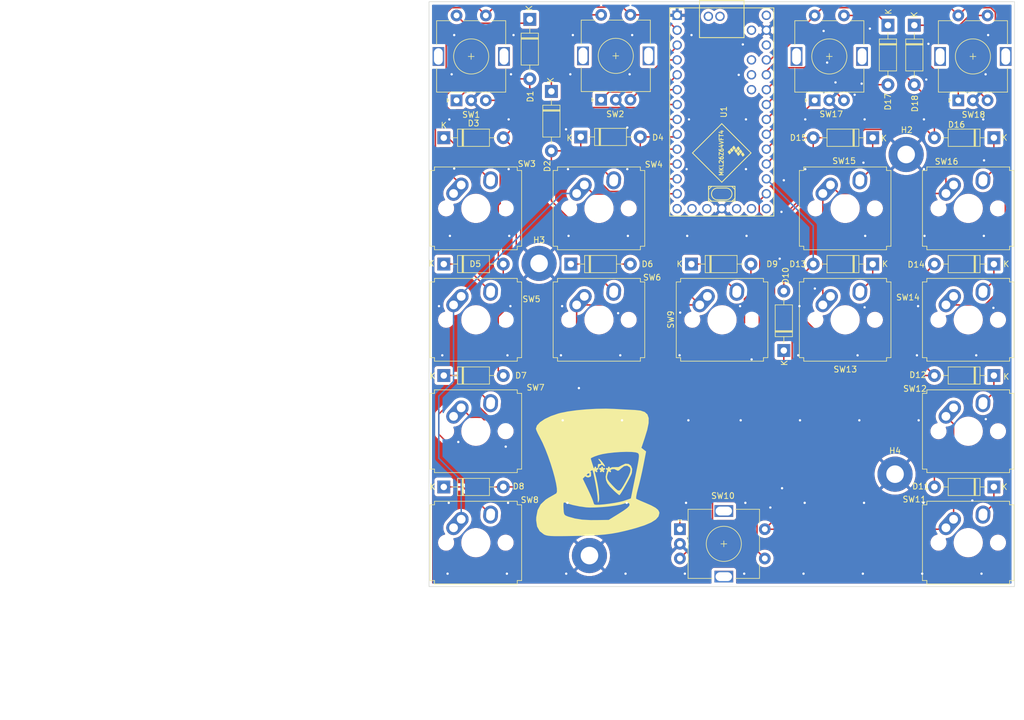
<source format=kicad_pcb>
(kicad_pcb (version 20211014) (generator pcbnew)
  (title_block (title "Big Wheel") (date "2022-06-03") (rev "01") (company "MaddHatter"))
  (layers (0 "F.Cu" signal) (31 "B.Cu" signal) (34 "B.Paste" user) (35 "F.Paste" user) (36 "B.SilkS" user "B.Silkscreen") (37 "F.SilkS" user "F.Silkscreen") (38 "B.Mask" user) (39 "F.Mask" user) (44 "Edge.Cuts" user))
  (net 0 "")
  (net 1 "TEENSY_PIN_3")
  (net 2 "Net-(D3-Pad1)")
  (net 3 "TEENSY_PIN_19")
  (net 4 "Net-(D5-Pad1)")
  (net 5 "Net-(D6-Pad1)")
  (net 6 "Net-(D7-Pad1)")
  (net 7 "TEENSY_PIN_4")
  (net 8 "TEENSY_PIN_20")
  (net 9 "Net-(D12-Pad1)")
  (net 10 "TEENSY_PIN_5")
  (net 11 "TEENSY_PIN_21")
  (net 12 "TEENSY_PIN_7")
  (net 13 "TEENSY_PIN_1")
  (net 14 "GND")
  (net 15 "TEENSY_PIN_16")
  (net 16 "TEENSY_PIN_6")
  (net 17 "TEENSY_PIN_15")
  (net 18 "TEENSY_PIN_10")
  (net 19 "TEENSY_PIN_23")
  (net 20 "TEENSY_PIN_18")
  (net 33 "TEENSY_PIN_9")
  (net 34 "SW1_P1")
  (net 35 "SW2_P1")
  (net 36 "Net-(SW4-Pad2)")
  (net 37 "Net-(D8-Pad1)")
  (net 38 "Net-(D9-Pad1)")
  (net 39 "Net-(SW11-Pad2)")
  (net 40 "SW10_P0")
  (net 41 "Net-(D13-Pad1)")
  (net 42 "Net-(D14-Pad1)")
  (net 43 "Net-(SW15-Pad2)")
  (net 44 "Net-(SW16-Pad2)")
  (net 45 "SW17_P0")
  (net 46 "SW18_P0")
  (net 47 "TEENSY_PIN_2")
  (net 48 "TEENSY_PIN_22")
  (net 49 "TEENSY_PIN_8")
  (net 50 "TEENSY_PIN_11")
  (net 51 "TEENSY_PIN_17")
  (net 54 "TEENSY_PIN_0")
  (net 55 "TEENSY_PIN_14")
  (footprint "encoders:RotaryEncoder_Alps_EC11E-Switch_Vertical_H20mm" (layer "F.Cu") (at 265.7 53.85 90)
    (fp_text reference "SW18")
    (fp_text value "RotaryEncoder_Switch")
  )
  (footprint "Diode_THT:D_DO-41_SOD81_P10.16mm_Horizontal" (layer "F.Cu") (at 220.12 81.816666)
    (fp_text reference "D9")
    (fp_text value "1N4001")
  )
  (footprint "Diode_THT:D_DO-41_SOD81_P10.16mm_Horizontal" (layer "F.Cu") (at 258.190416 41.02 -90)
    (fp_text reference "D18")
    (fp_text value "1N4001")
  )
  (footprint "teensy:Teensy_LC" (layer "F.Cu") (at 225.3 55.835 -90)
    (fp_text reference "U1")
    (fp_text value "Teensy-LC")
  )
  (footprint "Switch_Keyboard_Hybrid:SW_Hybrid_Cherry_MX_Alps" (layer "F.Cu") (at 183.3 129.4)
    (fp_text reference "SW8")
    (fp_text value "SW_Push")
  )
  (footprint "Diode_THT:D_DO-41_SOD81_P10.16mm_Horizontal" (layer "F.Cu") (at 192.509583 40.02 -90)
    (fp_text reference "D1")
    (fp_text value "1N4001")
  )
  (footprint "Switch_Keyboard_Hybrid:SW_Hybrid_Cherry_MX_Alps" (layer "F.Cu") (at 267.4 110.366666)
    (fp_text reference "SW12")
    (fp_text value "SW_Push")
  )
  (footprint "Diode_THT:D_DO-41_SOD81_P10.16mm_Horizontal" (layer "F.Cu") (at 199.52 81.816666)
    (fp_text reference "D6")
    (fp_text value "1N4001")
  )
  (footprint "MountingHole:MountingHole_3mm_Pad" (layer "F.Cu") (at 254.9 117.7)
    (fp_text reference "H4")
    (fp_text value "MountingHole_Pad")
  )
  (footprint "Diode_THT:D_DO-41_SOD81_P10.16mm_Horizontal" (layer "F.Cu") (at 177.82 60.2365)
    (fp_text reference "D3")
    (fp_text value "1N4001")
  )
  (footprint "Switch_Keyboard_Hybrid:SW_Hybrid_Cherry_MX_Alps" (layer "F.Cu") (at 225.35 91.333333)
    (fp_text reference "SW9")
    (fp_text value "SW_Push")
  )
  (footprint "Switch_Keyboard_Hybrid:SW_Hybrid_Cherry_MX_Alps" (layer "F.Cu") (at 183.3 91.333333)
    (fp_text reference "SW5")
    (fp_text value "SW_Push")
  )
  (footprint "Switch_Keyboard_Hybrid:SW_Hybrid_Cherry_MX_Alps" (layer "F.Cu") (at 183.3 72.3)
    (fp_text reference "SW3")
    (fp_text value "SW_Push")
  )
  (footprint "Diode_THT:D_DO-41_SOD81_P10.16mm_Horizontal" (layer "F.Cu") (at 235.9 96.58 90)
    (fp_text reference "D10")
    (fp_text value "1N4001")
  )
  (footprint "encoders:RotaryEncoder_Alps_EC11E-Switch_Vertical_H20mm" (layer "F.Cu") (at 241.17125 53.85 90)
    (fp_text reference "SW17")
    (fp_text value "RotaryEncoder_Switch")
  )
  (footprint "Diode_THT:D_DO-41_SOD81_P10.16mm_Horizontal" (layer "F.Cu") (at 177.82 100.849999)
    (fp_text reference "D7")
    (fp_text value "1N4001")
  )
  (footprint "Diode_THT:D_DO-41_SOD81_P10.16mm_Horizontal" (layer "F.Cu") (at 253.680833 41.02 -90)
    (fp_text reference "D17")
    (fp_text value "1N4001")
  )
  (footprint "Switch_Keyboard_Hybrid:SW_Hybrid_Cherry_MX_Alps" (layer "F.Cu") (at 246.375 72.3)
    (fp_text reference "SW15")
    (fp_text value "SW_Push")
  )
  (footprint "Diode_THT:D_DO-41_SOD81_P10.16mm_Horizontal" (layer "F.Cu") (at 201.22 60.1)
    (fp_text reference "D4")
    (fp_text value "1N4001")
  )
  (footprint "Switch_Keyboard_Hybrid:SW_Hybrid_Cherry_MX_Alps" (layer "F.Cu") (at 246.375 91.333333)
    (fp_text reference "SW13")
    (fp_text value "SW_Push")
  )
  (footprint "Diode_THT:D_DO-41_SOD81_P10.16mm_Horizontal" (layer "F.Cu") (at 251.08 81.816666 180)
    (fp_text reference "D13")
    (fp_text value "1N4001")
  )
  (footprint "Diode_THT:D_DO-41_SOD81_P10.16mm_Horizontal" (layer "F.Cu") (at 177.82 119.883333)
    (fp_text reference "D8")
    (fp_text value "1N4001")
  )
  (footprint "encoders:RotaryEncoder_Alps_EC11E-Switch_Vertical_H20mm" (layer "F.Cu") (at 180 53.85 90)
    (fp_text reference "SW1")
    (fp_text value "RotaryEncoder_Switch")
  )
  (footprint "Switch_Keyboard_Hybrid:SW_Hybrid_Cherry_MX_Alps" (layer "F.Cu") (at 267.4 129.4)
    (fp_text reference "SW11")
    (fp_text value "SW_Push")
  )
  (footprint "Switch_Keyboard_Hybrid:SW_Hybrid_Cherry_MX_Alps" (layer "F.Cu") (at 204.325 91.333333)
    (fp_text reference "SW6")
    (fp_text value "SW_Push")
  )
  (footprint "MountingHole:MountingHole_3mm_Pad" (layer "F.Cu") (at 194.1 81.7)
    (fp_text reference "H3")
    (fp_text value "MountingHole_Pad")
  )
  (footprint "Switch_Keyboard_Hybrid:SW_Hybrid_Cherry_MX_Alps" (layer "F.Cu") (at 267.4 91.333333)
    (fp_text reference "SW14")
    (fp_text value "SW_Push")
  )
  (footprint "LOGO" (layer "F.Cu") (at 204.1 117.4)
    (fp_text reference "G***")
    (fp_text value "LOGO" hide)
  )
  (footprint "MountingHole:MountingHole_3mm_Pad" (layer "F.Cu") (at 202.7 131.6)
    (fp_text reference "H1")
    (fp_text value "MountingHole_Pad")
  )
  (footprint "encoders:RotaryEncoder_Alps_EC11E-Switch_Vertical_H20mm" (layer "F.Cu") (at 218.15 127.1)
    (fp_text reference "SW10")
    (fp_text value "RotaryEncoder_Switch")
  )
  (footprint "Diode_THT:D_DO-41_SOD81_P10.16mm_Horizontal" (layer "F.Cu") (at 271.78 81.816666 180)
    (fp_text reference "D14")
    (fp_text value "1N4001")
  )
  (footprint "Diode_THT:D_DO-41_SOD81_P10.16mm_Horizontal" (layer "F.Cu") (at 251.08 60.2365 180)
    (fp_text reference "D15")
    (fp_text value "1N4001")
  )
  (footprint "Switch_Keyboard_Hybrid:SW_Hybrid_Cherry_MX_Alps" (layer "F.Cu") (at 267.4 72.3)
    (fp_text reference "SW16")
    (fp_text value "SW_Push")
  )
  (footprint "Diode_THT:D_DO-41_SOD81_P10.16mm_Horizontal" (layer "F.Cu") (at 271.78 100.849999 180)
    (fp_text reference "D12")
    (fp_text value "1N4001")
  )
  (footprint "MountingHole:MountingHole_3mm_Pad" (layer "F.Cu") (at 256.8 63.1)
    (fp_text reference "H2")
    (fp_text value "MountingHole_Pad")
  )
  (footprint "Diode_THT:D_DO-41_SOD81_P10.16mm_Horizontal" (layer "F.Cu") (at 271.78 60.2365 180)
    (fp_text reference "D16")
    (fp_text value "1N4001")
  )
  (footprint "Diode_THT:D_DO-41_SOD81_P10.16mm_Horizontal" (layer "F.Cu") (at 177.82 81.816666)
    (fp_text reference "D5")
    (fp_text value "1N4001")
  )
  (footprint "Switch_Keyboard_Hybrid:SW_Hybrid_Cherry_MX_Alps" (layer "F.Cu") (at 204.325 72.3)
    (fp_text reference "SW4")
    (fp_text value "SW_Push")
  )
  (footprint "encoders:RotaryEncoder_Alps_EC11E-Switch_Vertical_H20mm" (layer "F.Cu") (at 204.7 53.75 90)
    (fp_text reference "SW2")
    (fp_text value "RotaryEncoder_Switch")
  )
  (footprint "Switch_Keyboard_Hybrid:SW_Hybrid_Cherry_MX_Alps" (layer "F.Cu") (at 183.3 110.366666)
    (fp_text reference "SW7")
    (fp_text value "SW_Push")
  )
  (footprint "Diode_THT:D_DO-41_SOD81_P10.16mm_Horizontal" (layer "F.Cu") (at 196.2 52.32 -90)
    (fp_text reference "D2")
    (fp_text value "1N4001")
  )
  (footprint "Diode_THT:D_DO-41_SOD81_P10.16mm_Horizontal" (layer "F.Cu") (at 271.78 119.883333 180)
    (fp_text reference "D11")
    (fp_text value "1N4001")
  )
  (gr_rect (start 175.3 37) (end 275.3 136.9) (layer "Edge.Cuts") (width 0.1) (fill none))
  (segment (start 187.456455 64.056455) (end 187.456455 71.456454) (width 0.25) (layer "F.Cu") (net 1))
  (segment (start 187.98 81.816666) (end 187.98 89.966242) (width 0.25) (layer "F.Cu") (net 1))
  (segment (start 178.1 54.7) (end 187.456455 64.056455) (width 0.25) (layer "F.Cu") (net 1))
  (segment (start 195.84846 55.074511) (end 192.509583 51.735634) (width 0.25) (layer "F.Cu") (net 1))
  (segment (start 187.130479 90.815763) (end 187.130479 100.000478) (width 0.25) (layer "F.Cu") (net 1))
  (segment (start 217.68 49.485) (end 212.090489 55.074511) (width 0.25) (layer "F.Cu") (net 1))
  (segment (start 187.130479 71.78243) (end 187.130479 80.967145) (width 0.25) (layer "F.Cu") (net 1))
  (segment (start 192.509583 50.18) (end 181.020978 50.18) (width 0.25) (layer "F.Cu") (net 1))
  (segment (start 187.98 89.966242) (end 187.130479 90.815763) (width 0.25) (layer "F.Cu") (net 1))
  (segment (start 187.130479 80.967145) (end 187.98 81.816666) (width 0.25) (layer "F.Cu") (net 1))
  (segment (start 212.090489 55.074511) (end 195.84846 55.074511) (width 0.25) (layer "F.Cu") (net 1))
  (segment (start 181.020978 50.18) (end 178.1 53.100978) (width 0.25) (layer "F.Cu") (net 1))
  (segment (start 178.1 53.100978) (end 178.1 54.7) (width 0.25) (layer "F.Cu") (net 1))
  (segment (start 192.509583 51.735634) (end 192.509583 50.18) (width 0.25) (layer "F.Cu") (net 1))
  (segment (start 187.456455 71.456454) (end 187.130479 71.78243) (width 0.25) (layer "F.Cu") (net 1))
  (segment (start 187.130479 100.000478) (end 187.98 100.849999) (width 0.25) (layer "F.Cu") (net 1))
  (segment (start 178.5465 60.2365) (end 185.82 67.51) (width 0.25) (layer "F.Cu") (net 2))
  (segment (start 177.82 60.2365) (end 178.5465 60.2365) (width 0.25) (layer "F.Cu") (net 2))
  (segment (start 256.310416 49.3) (end 240.725 49.3) (width 0.25) (layer "F.Cu") (net 3))
  (segment (start 236.54952 73.510812) (end 239.5 70.560332) (width 0.25) (layer "F.Cu") (net 3))
  (segment (start 249.655489 58.811989) (end 260.195489 58.811989) (width 0.25) (layer "F.Cu") (net 3))
  (segment (start 239.5 68.967478) (end 249.655489 58.811989) (width 0.25) (layer "F.Cu") (net 3))
  (segment (start 236.54952 82.765959) (end 236.54952 73.510812) (width 0.25) (layer "F.Cu") (net 3))
  (segment (start 261.62 60.2365) (end 261.62 54.609584) (width 0.25) (layer "F.Cu") (net 3))
  (segment (start 260.195489 58.811989) (end 261.62 60.2365) (width 0.25) (layer "F.Cu") (net 3))
  (segment (start 235.9 86.42) (end 235.9 83.41548) (width 0.25) (layer "F.Cu") (net 3))
  (segment (start 239.5 70.560332) (end 239.5 68.967478) (width 0.25) (layer "F.Cu") (net 3))
  (segment (start 261.62 54.609584) (end 258.190416 51.18) (width 0.25) (layer "F.Cu") (net 3))
  (segment (start 240.725 49.3) (end 232.92 57.105) (width 0.25) (layer "F.Cu") (net 3))
  (segment (start 235.9 83.41548) (end 236.54952 82.765959) (width 0.25) (layer "F.Cu") (net 3))
  (segment (start 258.190416 51.18) (end 256.310416 49.3) (width 0.25) (layer "F.Cu") (net 3))
  (segment (start 177.82 81.816666) (end 181.093333 81.816666) (width 0.25) (layer "F.Cu") (net 4))
  (segment (start 181.093333 81.816666) (end 185.82 86.543333) (width 0.25) (layer "F.Cu") (net 4))
  (segment (start 199.52 81.816666) (end 202.118333 81.816666) (width 0.25) (layer "F.Cu") (net 5))
  (segment (start 202.118333 81.816666) (end 206.845 86.543333) (width 0.25) (layer "F.Cu") (net 5))
  (segment (start 177.82 100.849999) (end 181.093333 100.849999) (width 0.25) (layer "F.Cu") (net 6))
  (segment (start 181.093333 100.849999) (end 185.82 105.576666) (width 0.25) (layer "F.Cu") (net 6))
  (segment (start 216.575 52.025) (end 217.68 52.025) (width 0.25) (layer "F.Cu") (net 7))
  (segment (start 195.6 56.2) (end 212.4 56.2) (width 0.25) (layer "F.Cu") (net 7))
  (segment (start 190.8 51.4) (end 195.6 56.2) (width 0.25) (layer "F.Cu") (net 7))
  (segment (start 212.4 56.2) (end 216.575 52.025) (width 0.25) (layer "F.Cu") (net 7))
  (segment (start 182.45 51.4) (end 190.8 51.4) (width 0.25) (layer "F.Cu") (net 7))
  (segment (start 180 53.85) (end 182.45 51.4) (width 0.25) (layer "F.Cu") (net 7))
  (segment (start 263.59 51.49) (end 263.59 69.76) (width 0.25) (layer "F.Cu") (net 8))
  (segment (start 232.92 54.565) (end 238.71763 48.76737) (width 0.25) (layer "F.Cu") (net 8))
  (segment (start 243.875 68.3) (end 245.335 69.76) (width 0.25) (layer "F.Cu") (net 8))
  (segment (start 238.71763 48.76737) (end 260.86737 48.76737) (width 0.25) (layer "F.Cu") (net 8))
  (segment (start 242.565 88.793333) (end 242.565 69.76) (width 0.25) (layer "F.Cu") (net 8))
  (segment (start 260.86737 48.76737) (end 263.59 51.49) (width 0.25) (layer "F.Cu") (net 8))
  (segment (start 245.335 69.76) (end 263.59 69.76) (width 0.25) (layer "F.Cu") (net 8))
  (segment (start 271.78 103.716666) (end 269.92 105.576666) (width 0.25) (layer "F.Cu") (net 9))
  (segment (start 271.78 100.849999) (end 271.78 103.716666) (width 0.25) (layer "F.Cu") (net 9))
  (segment (start 212.7 56.8) (end 214.935 54.565) (width 0.25) (layer "F.Cu") (net 10))
  (segment (start 185 53.85) (end 192.614282 53.85) (width 0.25) (layer "F.Cu") (net 10))
  (segment (start 192.614282 53.85) (end 195.564282 56.8) (width 0.25) (layer "F.Cu") (net 10))
  (segment (start 195.564282 56.8) (end 212.7 56.8) (width 0.25) (layer "F.Cu") (net 10))
  (segment (start 214.935 54.565) (end 217.68 54.565) (width 0.25) (layer "F.Cu") (net 10))
  (segment (start 257.000978 44) (end 243.670272 44) (width 0.25) (layer "F.Cu") (net 11))
  (segment (start 236.670489 48.274511) (end 232.92 52.025) (width 0.25) (layer "F.Cu") (net 11))
  (segment (start 263.7 48.7) (end 261.700978 48.7) (width 0.25) (layer "F.Cu") (net 11))
  (segment (start 265.7 50.7) (end 263.7 48.7) (width 0.25) (layer "F.Cu") (net 11))
  (segment (start 261.700978 48.7) (end 257.000978 44) (width 0.25) (layer "F.Cu") (net 11))
  (segment (start 243.670272 44) (end 239.395761 48.274511) (width 0.25) (layer "F.Cu") (net 11))
  (segment (start 265.7 53.85) (end 265.7 50.7) (width 0.25) (layer "F.Cu") (net 11))
  (segment (start 239.395761 48.274511) (end 236.670489 48.274511) (width 0.25) (layer "F.Cu") (net 11))
  (segment (start 199.219121 62.48) (end 206.139121 69.4) (width 0.25) (layer "F.Cu") (net 12))
  (segment (start 206.139121 69.4) (end 209.7 69.4) (width 0.25) (layer "F.Cu") (net 12))
  (segment (start 217.225 60.1) (end 217.68 59.645) (width 0.25) (layer "F.Cu") (net 12))
  (segment (start 196.2 62.48) (end 196.2 71.022091) (width 0.25) (layer "F.Cu") (net 12))
  (segment (start 196.2 62.48) (end 199.219121 62.48) (width 0.25) (layer "F.Cu") (net 12))
  (segment (start 209.7 69.4) (end 211.38 67.72) (width 0.25) (layer "F.Cu") (net 12))
  (segment (start 206.994575 81.816666) (end 209.68 81.816666) (width 0.25) (layer "F.Cu") (net 12))
  (segment (start 211.38 67.72) (end 211.38 60.1) (width 0.25) (layer "F.Cu") (net 12))
  (segment (start 211.38 60.1) (end 217.225 60.1) (width 0.25) (layer "F.Cu") (net 12))
  (segment (start 196.2 71.022091) (end 206.994575 81.816666) (width 0.25) (layer "F.Cu") (net 12))
  (segment (start 209.873533 52.425489) (end 206.024511 52.425489) (width 0.25) (layer "F.Cu") (net 13))
  (segment (start 206.024511 52.425489) (end 204.7 53.75) (width 0.25) (layer "F.Cu") (net 13))
  (segment (start 217.68 44.619022) (end 209.873533 52.425489) (width 0.25) (layer "F.Cu") (net 13))
  (segment (start 217.68 44.405) (end 217.68 44.619022) (width 0.25) (layer "F.Cu") (net 13))
  (via (at 178.766667 57.1) (size 0.8) (drill 0.4) (layers "F.Cu" "B.Cu") (net 14))
  (via (at 270.1 64.1) (size 0.8) (drill 0.4) (layers "F.Cu" "B.Cu") (net 14))
  (via (at 269.666667 134.7) (size 0.8) (drill 0.4) (layers "F.Cu" "B.Cu") (net 14))
  (via (at 198.933333 122.6) (size 0.8) (drill 0.4) (layers "F.Cu" "B.Cu") (net 14))
  (via (at 189.733333 42.7) (size 0.8) (drill 0.4) (layers "F.Cu" "B.Cu") (net 14))
  (via (at 189.3 49.4) (size 0.8) (drill 0.4) (layers "F.Cu" "B.Cu") (net 14))
  (via (at 229.433332 65.6) (size 0.8) (drill 0.4) (layers "F.Cu" "B.Cu") (net 14))
  (via (at 235.6 120.1) (size 0.8) (drill 0.4) (layers "F.Cu" "B.Cu") (net 14))
  (via (at 180.3 112.2) (size 0.8) (drill 0.4) (layers "F.Cu" "B.Cu") (net 14))
  (via (at 258.633331 97.4) (size 0.8) (drill 0.4) (layers "F.Cu" "B.Cu") (net 14))
  (via (at 200.9 103) (size 0.8) (drill 0.4) (layers "F.Cu" "B.Cu") (net 14))
  (via (at 188.9 57.1) (size 0.8) (drill 0.4) (layers "F.Cu" "B.Cu") (net 14))
  (via (at 188.8 122.6) (size 0.8) (drill 0.4) (layers "F.Cu" "B.Cu") (net 14))
  (via (at 259.833331 57.1) (size 0.8) (drill 0.4) (layers "F.Cu" "B.Cu") (net 14))
  (via (at 178.466667 134.7) (size 0.8) (drill 0.4) (layers "F.Cu" "B.Cu") (net 14))
  (via (at 268.1 122.2) (size 0.8) (drill 0.4) (layers "F.Cu" "B.Cu") (net 14))
  (via (at 238.566665 89) (size 0.8) (drill 0.4) (layers "F.Cu" "B.Cu") (net 14))
  (via (at 270.4 108.3) (size 0.8) (drill 0.4) (layers "F.Cu" "B.Cu") (net 14))
  (via (at 229.433332 57.1) (size 0.8) (drill 0.4) (layers "F.Cu" "B.Cu") (net 14))
  (via (at 218.099999 97.4) (size 0.8) (drill 0.4) (layers "F.Cu" "B.Cu") (net 14))
  (via (at 241.2 86) (size 0.8) (drill 0.4) (layers "F.Cu" "B.Cu") (net 14))
  (via (at 238.666665 108.5) (size 0.8) (drill 0.4) (layers "F.Cu" "B.Cu") (net 14))
  (via (at 208.266666 108.5) (size 0.8) (drill 0.4) (layers "F.Cu" "B.Cu") (net 14))
  (via (at 207.966666 97.4) (size 0.8) (drill 0.4) (layers "F.Cu" "B.Cu") (net 14))
  (via (at 249.7 89.2) (size 0.8) (drill 0.4) (layers "F.Cu" "B.Cu") (net 14))
  (via (at 229.533332 77) (size 0.8) (drill 0.4) (layers "F.Cu" "B.Cu") (net 14))
  (via (at 209.999999 42.7) (size 0.8) (drill 0.4) (layers "F.Cu" "B.Cu") (net 14))
  (via (at 259.733331 122.6) (size 0.8) (drill 0.4) (layers "F.Cu" "B.Cu") (net 14))
  (via (at 198.133333 108.5) (size 0.8) (drill 0.4) (layers "F.Cu" "B.Cu") (net 14))
  (via (at 177.566667 97.4) (size 0.8) (drill 0.4) (layers "F.Cu" "B.Cu") (net 14))
  (via (at 188.6 134.7) (size 0.8) (drill 0.4) (layers "F.Cu" "B.Cu") (net 14))
  (via (at 209.266666 77) (size 0.8) (drill 0.4) (layers "F.Cu" "B.Cu") (net 14))
  (via (at 271.7 89.3) (size 0.8) (drill 0.4) (layers "F.Cu" "B.Cu") (net 14))
  (via (at 228.533332 108.5) (size 0.8) (drill 0.4) (layers "F.Cu" "B.Cu") (net 14))
  (via (at 260.6 44.2) (size 0.8) (drill 0.4) (layers "F.Cu" "B.Cu") (net 14))
  (via (at 249.399998 134.7) (size 0.8) (drill 0.4) (layers "F.Cu" "B.Cu") (net 14))
  (via (at 219.6 108.5) (size 0.8) (drill 0.4) (layers "F.Cu" "B.Cu") (net 14))
  (via (at 178.666667 122.6) (size 0.8) (drill 0.4) (layers "F.Cu" "B.Cu") (net 14))
  (via (at 199.866666 42.7) (size 0.8) (drill 0.4) (layers "F.Cu" "B.Cu") (net 14))
  (via (at 249.5 64.5) (size 0.8) (drill 0.4) (layers "F.Cu" "B.Cu") (net 14))
  (via (at 199.133333 77) (size 0.8) (drill 0.4) (layers "F.Cu" "B.Cu") (net 14))
  (via (at 249.2 51) (size 0.8) (drill 0.4) (layers "F.Cu" "B.Cu") (net 14))
  (via (at 259.933331 77) (size 0.8) (drill 0.4) (layers "F.Cu" "B.Cu") (net 14))
  (via (at 219.299999 65.6) (size 0.8) (drill 0.4) (layers "F.Cu" "B.Cu") (net 14))
  (via (at 208.866666 134.7) (size 0.8) (drill 0.4) (layers "F.Cu" "B.Cu") (net 14))
  (via (at 259.533331 134.7) (size 0.8) (drill 0.4) (layers "F.Cu" "B.Cu") (net 14))
  (via (at 219.399999 77) (size 0.8) (drill 0.4) (layers "F.Cu" "B.Cu") (net 14))
  (via (at 209.166666 65.6) (size 0.8) (drill 0.4) (layers "F.Cu" "B.Cu") (net 14))
  (via (at 218.999999 134.7) (size 0.8) (drill 0.4) (layers "F.Cu" "B.Cu") (net 14))
  (via (at 209.166666 58.5) (size 0.8) (drill 0.4) (layers "F.Cu" "B.Cu") (net 14))
  (via (at 207.6 90.2) (size 0.8) (drill 0.4) (layers "F.Cu" "B.Cu") (net 14))
  (via (at 233.6 123.4) (size 0.8) (drill 0.4) (layers "F.Cu" "B.Cu") (net 14))
  (via (at 235.5 72.9) (size 0.8) (drill 0.4) (layers "F.Cu" "B.Cu") (net 14))
  (via (at 220.133332 42.7) (size 0.8) (drill 0.4) (layers "F.Cu" "B.Cu") (net 14))
  (via (at 270.8 42.7) (size 0.8) (drill 0.4) (layers "F.Cu" "B.Cu") (net 14))
  (via (at 229.333332 122.6) (size 0.8) (drill 0.4) (layers "F.Cu" "B.Cu") (net 14))
  (via (at 250.6 41.6) (size 0.8) (drill 0.4) (layers "F.Cu" "B.Cu") (net 14))
  (via (at 235.2 80.9) (size 0.8) (drill 0.4) (layers "F.Cu" "B.Cu") (net 14))
  (via (at 244.728561 50.78577) (size 0.8) (drill 0.4) (layers "F.Cu" "B.Cu") (net 14))
  (via (at 188.9 65.6) (size 0.8) (drill 0.4) (layers "F.Cu" "B.Cu") (net 14))
  (via (at 268.766667 97.4) (size 0.8) (drill 0.4) (layers "F.Cu" "B.Cu") (net 14))
  (via (at 219.7 57.1) (size 0.8) (drill 0.4) (layers "F.Cu" "B.Cu") (net 14))
  (via (at 239.566665 65.6) (size 0.8) (drill 0.4) (layers "F.Cu" "B.Cu") (net 14))
  (via (at 177 89) (size 0.8) (drill 0.4) (layers "F.Cu" "B.Cu") (net 14))
  (via (at 235.9 67.5) (size 0.8) (drill 0.4) (layers "F.Cu" "B.Cu") (net 14))
  (via (at 218.2 90.1) (size 0.8) (drill 0.4) (layers "F.Cu" "B.Cu") (net 14))
  (via (at 188.7 97.4) (size 0.8) (drill 0.4) (layers "F.Cu" "B.Cu") (net 14))
  (via (at 188.4 113) (size 0.8) (drill 0.4) (layers "F.Cu" "B.Cu") (net 14))
  (via (at 258.933331 108.5) (size 0.8) (drill 0.4) (layers "F.Cu" "B.Cu") (net 14))
  (via (at 199.033333 65.6) (size 0.8) (drill 0.4) (layers "F.Cu" "B.Cu") (net 14))
  (via (at 189.2 89) (size 0.8) (drill 0.4) (layers "F.Cu" "B.Cu") (net 14))
  (via (at 238.366665 97.4) (size 0.8) (drill 0.4) (layers "F.Cu" "B.Cu") (net 14))
  (via (at 258.833331 89) (size 0.8) (drill 0.4) (layers "F.Cu" "B.Cu") (net 14))
  (via (at 239.266665 134.7) (size 0.8) (drill 0.4) (layers "F.Cu" "B.Cu") (net 14))
  (via (at 270.066667 77) (size 0.8) (drill 0.4) (layers "F.Cu" "B.Cu") (net 14))
  (via (at 270.366667 49.4) (size 0.8) (drill 0.4) (layers "F.Cu" "B.Cu") (net 14))
  (via (at 178.866667 77) (size 0.8) (drill 0.4) (layers "F.Cu" "B.Cu") (net 14))
  (via (at 229.133332 134.7) (size 0.8) (drill 0.4) (layers "F.Cu" "B.Cu") (net 14))
  (via (at 209.566666 49.4) (size 0.8) (drill 0.4) (layers "F.Cu" "B.Cu") (net 14))
  (via (at 179.6 65.5) (size 0.8) (drill 0.4) (layers "F.Cu" "B.Cu") (net 14))
  (via (at 199.433333 49.4) (size 0.8) (drill 0.4) (layers "F.Cu" "B.Cu") (net 14))
  (via (at 249.799998 77) (size 0.8) (drill 0.4) (layers "F.Cu" "B.Cu") (net 14))
  (via (at 198.733333 134.7) (size 0.8) (drill 0.4) (layers "F.Cu" "B.Cu") (net 14))
  (via (at 242.7 42) (size 0.8) (drill 0.4) (layers "F.Cu" "B.Cu") (net 14))
  (via (at 219.199999 122.6) (size 0.8) (drill 0.4) (layers "F.Cu" "B.Cu") (net 14))
  (via (at 248.499998 97.4) (size 0.8) (drill 0.4) (layers "F.Cu" "B.Cu") (net 14))
  (via (at 243.3 47.4) (size 0.8) (drill 0.4) (layers "F.Cu" "B.Cu") (net 14))
  (via (at 198.7 58.8) (size 0.8) (drill 0.4) (layers "F.Cu" "B.Cu") (net 14))
  (via (at 179.166667 49.4) (size 0.8) (drill 0.4) (layers "F.Cu" "B.Cu") (net 14))
  (via (at 198.033333 89) (size 0.8) (drill 0.4) (layers "F.Cu" "B.Cu") (net 14))
  (via (at 248.799998 108.5) (size 0.8) (drill 0.4) (layers "F.Cu" "B.Cu") (net 14))
  (via (at 249.599998 122.6) (size 0.8) (drill 0.4) (layers "F.Cu" "B.Cu") (net 14))
  (via (at 259.833331 65.6) (size 0.8) (drill 0.4) (layers "F.Cu" "B.Cu") (net 14))
  (via (at 248 52.9) (size 0.8) (drill 0.4) (layers "F.Cu" "B.Cu") (net 14))
  (via (at 239.466665 122.6) (size 0.8) (drill 0.4) (layers "F.Cu" "B.Cu") (net 14))
  (via (at 228.2 49.5) (size 0.8) (drill 0.4) (layers "F.Cu" "B.Cu") (net 14))
  (via (at 269.966667 57.1) (size 0.8) (drill 0.4) (layers "F.Cu" "B.Cu") (net 14))
  (via (at 249.699998 57.1) (size 0.8) (drill 0.4) (layers "F.Cu" "B.Cu") (net 14))
  (via (at 189 77) (size 0.8) (drill 0.4) (layers "F.Cu" "B.Cu") (net 14))
  (via (at 260.233331 50.3) (size 0.8) (drill 0.4) (layers "F.Cu" "B.Cu") (net 14))
  (via (at 179.6 42.7) (size 0.8) (drill 0.4) (layers "F.Cu" "B.Cu") (net 14))
  (via (at 228.433332 89) (size 0.8) (drill 0.4) (layers "F.Cu" "B.Cu") (net 14))
  (via (at 197.833333 97.4) (size 0.8) (drill 0.4) (layers "F.Cu" "B.Cu") (net 14))
  (via (at 228.9 44.3) (size 0.8) (drill 0.4) (layers "F.Cu" "B.Cu") (net 14))
  (via (at 239.566665 57.1) (size 0.8) (drill 0.4) (layers "F.Cu" "B.Cu") (net 14))
  (via (at 209.066666 122.6) (size 0.8) (drill 0.4) (layers "F.Cu" "B.Cu") (net 14))
  (via (at 230.4 98.1) (size 0.8) (drill 0.4) (layers "F.Cu" "B.Cu") (net 14))
  (segment (start 235.45048 83.229282) (end 236.1 82.579762) (width 0.25) (layer "F.Cu") (net 15))
  (segment (start 235.45048 83.34952) (end 235.45048 83.229282) (width 0.25) (layer "F.Cu") (net 15))
  (segment (start 234.3 90.2) (end 234.3 84.5) (width 0.25) (layer "F.Cu") (net 15))
  (segment (start 240.92 66.91176) (end 240.46588 67.36588) (width 0.25) (layer "F.Cu") (net 15))
  (segment (start 261.62 119.883333) (end 261.62 117.42) (width 0.25) (layer "F.Cu") (net 15))
  (segment (start 239.355489 95.155489) (end 239.255489 95.155489) (width 0.25) (layer "F.Cu") (net 15))
  (segment (start 261.62 117.42) (end 239.355489 95.155489) (width 0.25) (layer "F.Cu") (net 15))
  (segment (start 251.532134 51.18) (end 253.680833 51.18) (width 0.25) (layer "F.Cu") (net 15))
  (segment (start 238 60.3) (end 238.0635 60.2365) (width 0.25) (layer "F.Cu") (net 15))
  (segment (start 240.92 60.2365) (end 242.475634 60.2365) (width 0.25) (layer "F.Cu") (net 15))
  (segment (start 236.1 73.324614) (end 239.05048 70.374134) (width 0.25) (layer "F.Cu") (net 15))
  (segment (start 239.05048 70.374134) (end 239.05048 68.78128) (width 0.25) (layer "F.Cu") (net 15))
  (segment (start 234.3 84.5) (end 235.45048 83.34952) (width 0.25) (layer "F.Cu") (net 15))
  (segment (start 232.92 64.725) (end 237.345 60.3) (width 0.25) (layer "F.Cu") (net 15))
  (segment (start 242.475634 60.2365) (end 251.532134 51.18) (width 0.25) (layer "F.Cu") (net 15))
  (segment (start 238.0635 60.2365) (end 240.92 60.2365) (width 0.25) (layer "F.Cu") (net 15))
  (segment (start 240.92 60.2365) (end 240.92 66.91176) (width 0.25) (layer "F.Cu") (net 15))
  (segment (start 239.255489 95.155489) (end 234.3 90.2) (width 0.25) (layer "F.Cu") (net 15))
  (segment (start 237.345 60.3) (end 238 60.3) (width 0.25) (layer "F.Cu") (net 15))
  (segment (start 236.1 82.579762) (end 236.1 73.324614) (width 0.25) (layer "F.Cu") (net 15))
  (segment (start 239.05048 68.78128) (end 240.46588 67.36588) (width 0.25) (layer "F.Cu") (net 15))
  (segment (start 229.180479 87.762764) (end 230.28 86.663243) (width 0.25) (layer "F.Cu") (net 16))
  (segment (start 186.94952 107.95048) (end 190.2 104.7) (width 0.25) (layer "F.Cu") (net 16))
  (segment (start 213.395 57.105) (end 217.68 57.105) (width 0.25) (layer "F.Cu") (net 16))
  (segment (start 187.98 60.2365) (end 190.7165 57.5) (width 0.25) (layer "F.Cu") (net 16))
  (segment (start 190.7165 57.5) (end 213 57.5) (width 0.25) (layer "F.Cu") (net 16))
  (segment (start 190.2 62.4565) (end 187.98 60.2365) (width 0.25) (layer "F.Cu") (net 16))
  (segment (start 213 57.5) (end 213.395 57.105) (width 0.25) (layer "F.Cu") (net 16))
  (segment (start 229.180479 91.850903) (end 229.180479 87.762764) (width 0.25) (layer "F.Cu") (net 16))
  (segment (start 180.3 104.1) (end 181.747455 104.1) (width 0.25) (layer "F.Cu") (net 16))
  (segment (start 201.148049 119.883333) (end 229.180479 91.850903) (width 0.25) (layer "F.Cu") (net 16))
  (segment (start 181.747455 104.1) (end 185.597935 107.95048) (width 0.25) (layer "F.Cu") (net 16))
  (segment (start 190.2 104.7) (end 190.2 62.4565) (width 0.25) (layer "F.Cu") (net 16))
  (segment (start 185.969576 119.883333) (end 176.970479 110.884236) (width 0.25) (layer "F.Cu") (net 16))
  (segment (start 187.98 119.883333) (end 201.148049 119.883333) (width 0.25) (layer "F.Cu") (net 16))
  (segment (start 187.98 119.883333) (end 185.969576 119.883333) (width 0.25) (layer "F.Cu") (net 16))
  (segment (start 176.970479 110.884236) (end 176.970479 107.429521) (width 0.25) (layer "F.Cu") (net 16))
  (segment (start 230.28 86.663243) (end 230.28 81.816666) (width 0.25) (layer "F.Cu") (net 16))
  (segment (start 176.970479 107.429521) (end 180.3 104.1) (width 0.25) (layer "F.Cu") (net 16))
  (segment (start 185.597935 107.95048) (end 186.94952 107.95048) (width 0.25) (layer "F.Cu") (net 16))
  (segment (start 260.520001 82.916665) (end 260.520001 99.75) (width 0.25) (layer "F.Cu") (net 17))
  (segment (start 239.820001 82.916665) (end 239.820001 91.625425) (width 0.25) (layer "F.Cu") (net 17))
  (segment (start 239.820001 91.625425) (end 249.044575 100.849999) (width 0.25) (layer "F.Cu") (net 17))
  (segment (start 261.62 81.816666) (end 260.520001 82.916665) (width 0.25) (layer "F.Cu") (net 17))
  (segment (start 240.92 81.816666) (end 239.820001 82.916665) (width 0.25) (layer "F.Cu") (net 17))
  (segment (start 249.044575 100.849999) (end 261.62 100.849999) (width 0.25) (layer "F.Cu") (net 17))
  (segment (start 260.520001 99.75) (end 261.62 100.849999) (width 0.25) (layer "F.Cu") (net 17))
  (segment (start 240.92 75.265) (end 232.92 67.265) (width 0.25) (layer "B.Cu") (net 17))
  (segment (start 240.92 81.816666) (end 240.92 75.265) (width 0.25) (layer "B.Cu") (net 17))
  (segment (start 230.4 78.9) (end 214.6 78.9) (width 0.25) (layer "F.Cu") (net 18))
  (segment (start 218.15 106.25) (end 231.704511 92.695489) (width 0.25) (layer "F.Cu") (net 18))
  (segment (start 231.8 80.3) (end 230.4 78.9) (width 0.25) (layer "F.Cu") (net 18))
  (segment (start 231.8 83.6) (end 231.8 80.3) (width 0.25) (layer "F.Cu") (net 18))
  (segment (start 218.15 127.1) (end 218.15 106.25) (width 0.25) (layer "F.Cu") (net 18))
  (segment (start 213.8 78.1) (end 213.8 69.2) (width 0.25) (layer "F.Cu") (net 18))
  (segment (start 215.735 67.265) (end 217.68 67.265) (width 0.25) (layer "F.Cu") (net 18))
  (segment (start 213.8 69.2) (end 215.735 67.265) (width 0.25) (layer "F.Cu") (net 18))
  (segment (start 214.6 78.9) (end 213.8 78.1) (width 0.25) (layer "F.Cu") (net 18))
  (segment (start 231.704511 92.695489) (end 231.704511 83.695489) (width 0.25) (layer "F.Cu") (net 18))
  (segment (start 231.704511 83.695489) (end 231.8 83.6) (width 0.25) (layer "F.Cu") (net 18))
  (segment (start 273.729521 85.289137) (end 273.729521 50.529521) (width 0.25) (layer "F.Cu") (net 19))
  (segment (start 264.375489 38.025489) (end 242.495761 38.025489) (width 0.25) (layer "F.Cu") (net 19))
  (segment (start 242.495761 38.025489) (end 241.17125 39.35) (width 0.25) (layer "F.Cu") (net 19))
  (segment (start 263.59 88.793333) (end 270.225325 88.793333) (width 0.25) (layer "F.Cu") (net 19))
  (segment (start 233.57625 46.945) (end 232.92 46.945) (width 0.25) (layer "F.Cu") (net 19))
  (segment (start 272.024511 38.801368) (end 271.248632 38.025489) (width 0.25) (layer "F.Cu") (net 19))
  (segment (start 270.225325 88.793333) (end 273.729521 85.289137) (width 0.25) (layer "F.Cu") (net 19))
  (segment (start 267.024511 38.025489) (end 265.7 39.35) (width 0.25) (layer "F.Cu") (net 19))
  (segment (start 265.7 39.35) (end 264.375489 38.025489) (width 0.25) (layer "F.Cu") (net 19))
  (segment (start 273.729521 50.529521) (end 272.024511 48.824511) (width 0.25) (layer "F.Cu") (net 19))
  (segment (start 271.248632 38.025489) (end 267.024511 38.025489) (width 0.25) (layer "F.Cu") (net 19))
  (segment (start 272.024511 48.824511) (end 272.024511 38.801368) (width 0.25) (layer "F.Cu") (net 19))
  (segment (start 241.17125 39.35) (end 233.57625 46.945) (width 0.25) (layer "F.Cu") (net 19))
  (segment (start 234.6 56.2) (end 234.6 58) (width 0.25) (layer "F.Cu") (net 20))
  (segment (start 239.4 51.4) (end 234.6 56.2) (width 0.25) (layer "F.Cu") (net 20))
  (segment (start 246.17125 53.85) (end 243.72125 51.4) (width 0.25) (layer "F.Cu") (net 20))
  (segment (start 243.72125 51.4) (end 239.4 51.4) (width 0.25) (layer "F.Cu") (net 20))
  (segment (start 234.6 58) (end 232.955 59.645) (width 0.25) (layer "F.Cu") (net 20))
  (segment (start 232.955 59.645) (end 232.92 59.645) (width 0.25) (layer "F.Cu") (net 20))
  (segment (start 184.691415 108.4) (end 188.8 108.4) (width 0.25) (layer "F.Cu") (net 33))
  (segment (start 182.425479 107.992145) (end 184.28356 107.992145) (width 0.25) (layer "F.Cu") (net 33))
  (segment (start 188.8 108.4) (end 200.515 96.685) (width 0.25) (layer "F.Cu") (net 33))
  (segment (start 215.375 64.725) (end 213.2 66.9) (width 0.25) (layer "F.Cu") (net 33))
  (segment (start 180.8 106.366666) (end 182.425479 107.992145) (width 0.25) (layer "F.Cu") (net 33))
  (segment (start 200.515 96.685) (end 200.515 88.793333) (width 0.25) (layer "F.Cu") (net 33))
  (segment (start 213.2 66.9) (end 213.2 80.453333) (width 0.25) (layer "F.Cu") (net 33))
  (segment (start 217.68 64.725) (end 215.375 64.725) (width 0.25) (layer "F.Cu") (net 33))
  (segment (start 221.54 88.793333) (end 200.515 88.793333) (width 0.25) (layer "F.Cu") (net 33))
  (segment (start 213.2 80.453333) (end 221.54 88.793333) (width 0.25) (layer "F.Cu") (net 33))
  (segment (start 184.28356 107.992145) (end 184.691415 108.4) (width 0.25) (layer "F.Cu") (net 33))
  (segment (start 181.324511 40.674511) (end 180 39.35) (width 0.25) (layer "F.Cu") (net 34))
  (segment (start 192.509583 40.02) (end 191.855072 40.674511) (width 0.25) (layer "F.Cu") (net 34))
  (segment (start 191.855072 40.674511) (end 181.324511 40.674511) (width 0.25) (layer "F.Cu") (net 34))
  (segment (start 196.2 52.32) (end 196.2 40.939166) (width 0.25) (layer "F.Cu") (net 35))
  (segment (start 196.2 40.939166) (end 197.889166 39.25) (width 0.25) (layer "F.Cu") (net 35))
  (segment (start 197.889166 39.25) (end 204.7 39.25) (width 0.25) (layer "F.Cu") (net 35))
  (segment (start 201.22 61.885) (end 206.845 67.51) (width 0.25) (layer "F.Cu") (net 36))
  (segment (start 201.22 60.1) (end 201.22 61.885) (width 0.25) (layer "F.Cu") (net 36))
  (segment (start 177.82 119.883333) (end 181.093333 119.883333) (width 0.25) (layer "F.Cu") (net 37))
  (segment (start 181.093333 119.883333) (end 185.82 124.61) (width 0.25) (layer "F.Cu") (net 37))
  (segment (start 220.12 81.816666) (end 223.143333 81.816666) (width 0.25) (layer "F.Cu") (net 38))
  (segment (start 223.143333 81.816666) (end 227.87 86.543333) (width 0.25) (layer "F.Cu") (net 38))
  (segment (start 271.78 122.75) (end 269.92 124.61) (width 0.25) (layer "F.Cu") (net 39))
  (segment (start 271.78 119.883333) (end 271.78 122.75) (width 0.25) (layer "F.Cu") (net 39))
  (segment (start 235.9 117.3) (end 235.9 96.58) (width 0.25) (layer "F.Cu") (net 40))
  (segment (start 231.325489 121.874511) (end 235.9 117.3) (width 0.25) (layer "F.Cu") (net 40))
  (segment (start 231.325489 130.775489) (end 231.325489 121.874511) (width 0.25) (layer "F.Cu") (net 40))
  (segment (start 232.65 132.1) (end 231.325489 130.775489) (width 0.25) (layer "F.Cu") (net 40))
  (segment (start 251.08 81.816666) (end 251.08 84.358333) (width 0.25) (layer "F.Cu") (net 41))
  (segment (start 251.08 84.358333) (end 248.895 86.543333) (width 0.25) (layer "F.Cu") (net 41))
  (segment (start 271.78 84.683333) (end 269.92 86.543333) (width 0.25) (layer "F.Cu") (net 42))
  (segment (start 271.78 81.816666) (end 271.78 84.683333) (width 0.25) (layer "F.Cu") (net 42))
  (segment (start 251.08 65.325) (end 248.895 67.51) (width 0.25) (layer "F.Cu") (net 43))
  (segment (start 251.08 60.2365) (end 251.08 65.325) (width 0.25) (layer "F.Cu") (net 43))
  (segment (start 271.78 60.2365) (end 271.78 65.65) (width 0.25) (layer "F.Cu") (net 44))
  (segment (start 271.78 65.65) (end 269.92 67.51) (width 0.25) (layer "F.Cu") (net 44))
  (segment (start 252.010833 39.35) (end 253.680833 41.02) (width 0.25) (layer "F.Cu") (net 45))
  (segment (start 246.17125 39.35) (end 252.010833 39.35) (width 0.25) (layer "F.Cu") (net 45))
  (segment (start 267.573143 39.35) (end 270.7 39.35) (width 0.25) (layer "F.Cu") (net 46))
  (segment (start 265.903143 41.02) (end 267.573143 39.35) (width 0.25) (layer "F.Cu") (net 46))
  (segment (start 258.190416 41.02) (end 265.903143 41.02) (width 0.25) (layer "F.Cu") (net 46))
  (segment (start 209.7 53.75) (end 216.505 46.945) (width 0.25) (layer "F.Cu") (net 47))
  (segment (start 216.505 46.945) (end 217.68 46.945) (width 0.25) (layer "F.Cu") (net 47))
  (segment (start 234.4 46.772228) (end 234.4 47.4) (width 0.25) (layer "F.Cu") (net 48))
  (segment (start 267.1 50.25) (end 267.1 50.2) (width 0.25) (layer "F.Cu") (net 48))
  (segment (start 263.6 42.9) (end 238.272228 42.9) (width 0.25) (layer "F.Cu") (net 48))
  (segment (start 234.4 47.4) (end 233.1 48.7) (width 0.25) (layer "F.Cu") (net 48))
  (segment (start 267.1 50.2) (end 264.7 47.8) (width 0.25) (layer "F.Cu") (net 48))
  (segment (start 264.7 47.8) (end 264.7 44) (width 0.25) (layer "F.Cu") (net 48))
  (segment (start 238.272228 42.9) (end 234.4 46.772228) (width 0.25) (layer "F.Cu") (net 48))
  (segment (start 270.7 53.85) (end 267.1 50.25) (width 0.25) (layer "F.Cu") (net 48))
  (segment (start 264.7 44) (end 263.6 42.9) (width 0.25) (layer "F.Cu") (net 48))
  (segment (start 209.886198 69.84952) (end 212.3 67.435718) (width 0.25) (layer "F.Cu") (net 49))
  (segment (start 201.825 68.3) (end 203.37452 69.84952) (width 0.25) (layer "F.Cu") (net 49))
  (segment (start 203.37452 69.84952) (end 209.886198 69.84952) (width 0.25) (layer "F.Cu") (net 49))
  (segment (start 213.415 62.185) (end 217.68 62.185) (width 0.25) (layer "F.Cu") (net 49))
  (segment (start 212.3 67.435718) (end 212.3 63.3) (width 0.25) (layer "F.Cu") (net 49))
  (segment (start 212.3 63.3) (end 213.415 62.185) (width 0.25) (layer "F.Cu") (net 49))
  (segment (start 179.49 101.854511) (end 179.49 88.793333) (width 0.25) (layer "B.Cu") (net 49))
  (segment (start 198.022102 69.76) (end 200.515 69.76) (width 0.25) (layer "B.Cu") (net 49))
  (segment (start 176.970479 104.374032) (end 179.49 101.854511) (width 0.25) (layer "B.Cu") (net 49))
  (segment (start 179.49 88.292102) (end 198.022102 69.76) (width 0.25) (layer "B.Cu") (net 49))
  (segment (start 176.970479 114.970479) (end 176.970479 104.374032) (width 0.25) (layer "B.Cu") (net 49))
  (segment (start 179.49 88.793333) (end 179.49 88.292102) (width 0.25) (layer "B.Cu") (net 49))
  (segment (start 180.8 118.8) (end 176.970479 114.970479) (width 0.25) (layer "B.Cu") (net 49))
  (segment (start 180.8 125.4) (end 180.8 118.8) (width 0.25) (layer "B.Cu") (net 49))
  (segment (start 214.3 71.6) (end 216.095 69.805) (width 0.25) (layer "F.Cu") (net 50))
  (segment (start 223.725489 126.524511) (end 223.725489 101.974511) (width 0.25) (layer "F.Cu") (net 50))
  (segment (start 214.3 75.6) (end 214.3 71.6) (width 0.25) (layer "F.Cu") (net 50))
  (segment (start 232.5 80.2) (end 230.5 78.2) (width 0.25) (layer "F.Cu") (net 50))
  (segment (start 216.9 78.2) (end 214.3 75.6) (width 0.25) (layer "F.Cu") (net 50))
  (segment (start 216.095 69.805) (end 217.68 69.805) (width 0.25) (layer "F.Cu") (net 50))
  (segment (start 232.5 93.2) (end 232.5 80.2) (width 0.25) (layer "F.Cu") (net 50))
  (segment (start 223.725489 101.974511) (end 232.5 93.2) (width 0.25) (layer "F.Cu") (net 50))
  (segment (start 230.5 78.2) (end 216.9 78.2) (width 0.25) (layer "F.Cu") (net 50))
  (segment (start 218.15 132.1) (end 223.725489 126.524511) (width 0.25) (layer "F.Cu") (net 50))
  (segment (start 241.17125 53.93375) (end 232.92 62.185) (width 0.25) (layer "F.Cu") (net 51))
  (segment (start 241.17125 53.85) (end 241.17125 53.93375) (width 0.25) (layer "F.Cu") (net 51))
  (segment (start 183.675489 38.025489) (end 179.174511 38.025489) (width 0.25) (layer "F.Cu") (net 54))
  (segment (start 179.174511 38.025489) (end 178.1 39.1) (width 0.25) (layer "F.Cu") (net 54))
  (segment (start 185 39.35) (end 183.675489 38.025489) (width 0.25) (layer "F.Cu") (net 54))
  (segment (start 215.065 39.25) (end 217.68 41.865) (width 0.25) (layer "F.Cu") (net 54))
  (segment (start 208.375489 37.925489) (end 186.424511 37.925489) (width 0.25) (layer "F.Cu") (net 54))
  (segment (start 178.224511 49.775489) (end 176.395489 51.604511) (width 0.25) (layer "F.Cu") (net 54))
  (segment (start 176.395489 51.604511) (end 176.395489 63.895489) (width 0.25) (layer "F.Cu") (net 54))
  (segment (start 209.7 39.25) (end 208.375489 37.925489) (width 0.25) (layer "F.Cu") (net 54))
  (segment (start 178.224511 39.224511) (end 178.224511 49.775489) (width 0.25) (layer "F.Cu") (net 54))
  (segment (start 178.1 39.1) (end 178.224511 39.224511) (width 0.25) (layer "F.Cu") (net 54))
  (segment (start 209.7 39.25) (end 215.065 39.25) (width 0.25) (layer "F.Cu") (net 54))
  (segment (start 186.424511 37.925489) (end 185 39.35) (width 0.25) (layer "F.Cu") (net 54))
  (segment (start 176.395489 63.895489) (end 180.8 68.3) (width 0.25) (layer "F.Cu") (net 54))
  (segment (start 231.7 71.025) (end 232.92 69.805) (width 0.25) (layer "F.Cu") (net 55))
  (segment (start 263.35 127.1) (end 263.59 126.86) (width 0.25) (layer "F.Cu") (net 55))
  (segment (start 231.7 73.006278) (end 231.7 71.025) (width 0.25) (layer "F.Cu") (net 55))
  (segment (start 232.94952 74.255798) (end 231.7 73.006278) (width 0.25) (layer "F.Cu") (net 55))
  (segment (start 237.324511 122.425489) (end 237.324511 94.324511) (width 0.25) (layer "F.Cu") (net 55))
  (segment (start 264.9 125.4) (end 264.9 109.136666) (width 0.25) (layer "F.Cu") (net 55))
  (segment (start 232.94952 89.94952) (end 232.94952 74.255798) (width 0.25) (layer "F.Cu") (net 55))
  (segment (start 264.9 109.136666) (end 263.59 107.826666) (width 0.25) (layer "F.Cu") (net 55))
  (segment (start 237.324511 94.324511) (end 232.94952 89.94952) (width 0.25) (layer "F.Cu") (net 55))
  (segment (start 232.65 127.1) (end 263.35 127.1) (width 0.25) (layer "F.Cu") (net 55))
  (segment (start 232.65 127.1) (end 237.324511 122.425489) (width 0.25) (layer "F.Cu") (net 55))
  (zone (net 14) (net_name "GND") (layer "F.Cu") (connect_pads (clearance 0.508)) (min_thickness 0.254) (fill yes (thermal_gap 0.508) (thermal_bridge_width 0.508))
    (polygon (pts (xy 274.9 136.7) (xy 175.8 136.7) (xy 175.6 38) (xy 175.7 37.9) (xy 274.2 37.9)))
  )
  (zone (net 14) (net_name "GND") (layer "B.Cu") (connect_pads (clearance 0.508)) (min_thickness 0.254) (fill yes (thermal_gap 0.508) (thermal_bridge_width 0.508))
    (polygon (pts (xy 275.2 37.5) (xy 275 136.7) (xy 175.9 136.7) (xy 175.4 37.4)))
  )
)
</source>
